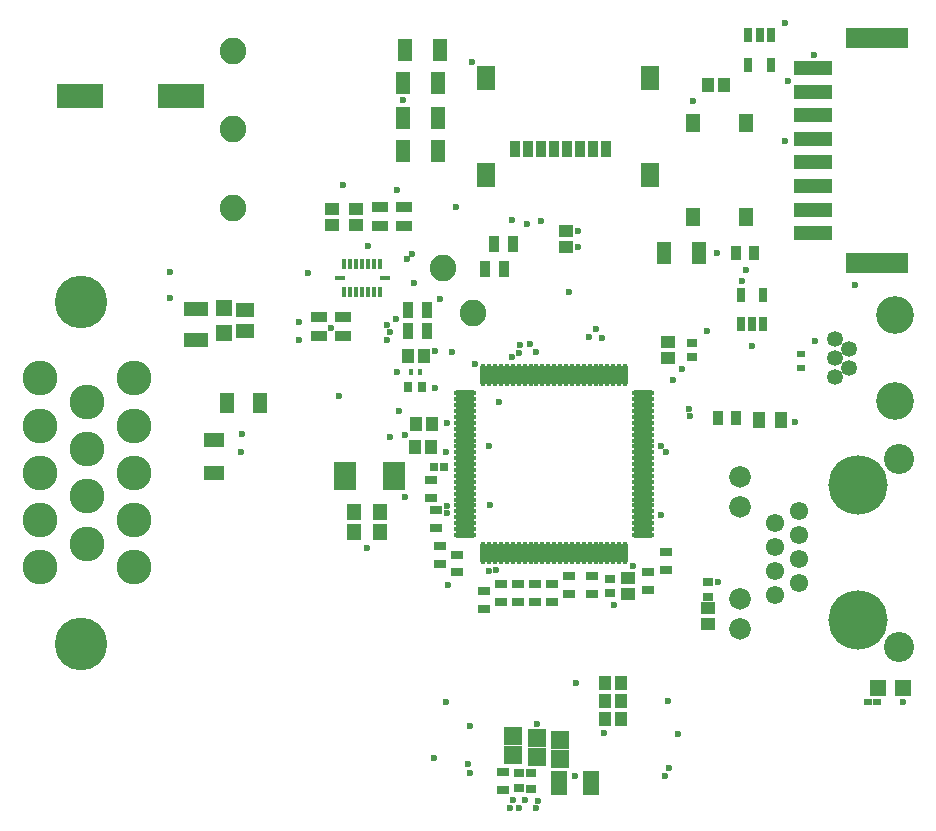
<source format=gts>
G04*
G04 #@! TF.GenerationSoftware,Altium Limited,Altium Designer,23.5.1 (21)*
G04*
G04 Layer_Color=8388736*
%FSLAX25Y25*%
%MOIN*%
G70*
G04*
G04 #@! TF.SameCoordinates,80D67788-F2EE-4A8B-BDA7-D5AA6EA99E9C*
G04*
G04*
G04 #@! TF.FilePolarity,Negative*
G04*
G01*
G75*
%ADD19R,0.03937X0.02953*%
%ADD20R,0.02985X0.03197*%
%ADD24R,0.01575X0.01968*%
%ADD31R,0.08000X0.04500*%
%ADD33R,0.06922X0.04551*%
%ADD34R,0.04551X0.06922*%
%ADD35R,0.07480X0.09449*%
%ADD38R,0.05591X0.08386*%
%ADD43R,0.03543X0.02953*%
%ADD44R,0.03963X0.05544*%
%ADD48R,0.20866X0.06693*%
%ADD49R,0.12598X0.04724*%
%ADD50R,0.05118X0.06102*%
%ADD55O,0.07677X0.01772*%
%ADD56O,0.01772X0.07677*%
%ADD57R,0.04134X0.04528*%
%ADD58R,0.04528X0.04134*%
%ADD59R,0.03740X0.05512*%
%ADD60R,0.05512X0.03740*%
%ADD61R,0.01575X0.03248*%
%ADD62R,0.03248X0.01575*%
%ADD63R,0.05906X0.04528*%
%ADD64R,0.05315X0.05315*%
%ADD65R,0.04921X0.05512*%
%ADD66R,0.03150X0.02953*%
%ADD67R,0.06299X0.05906*%
%ADD68R,0.02756X0.02362*%
%ADD69R,0.05315X0.05315*%
%ADD70R,0.04724X0.04134*%
%ADD71R,0.03150X0.02165*%
%ADD72R,0.02953X0.05118*%
%ADD73R,0.05118X0.07677*%
%ADD74R,0.03740X0.04528*%
%ADD75R,0.03740X0.05315*%
%ADD76R,0.06496X0.08465*%
%ADD77R,0.15551X0.08268*%
%ADD78R,0.03740X0.02953*%
%ADD79C,0.11614*%
%ADD80C,0.17520*%
%ADD81C,0.08858*%
%ADD82C,0.06102*%
%ADD83C,0.07205*%
%ADD84C,0.10039*%
%ADD85C,0.19784*%
%ADD86C,0.12547*%
%ADD87C,0.05315*%
%ADD88C,0.02362*%
D19*
X282400Y309953D02*
D03*
Y304047D02*
D03*
X241900Y338847D02*
D03*
Y344753D02*
D03*
X243500Y328747D02*
D03*
Y334653D02*
D03*
X244800Y322653D02*
D03*
Y316747D02*
D03*
X250600Y319853D02*
D03*
Y313947D02*
D03*
X265900Y241347D02*
D03*
Y247253D02*
D03*
X259700Y301847D02*
D03*
Y307753D02*
D03*
X265200Y310053D02*
D03*
Y304147D02*
D03*
X270800Y304047D02*
D03*
Y309953D02*
D03*
X276600D02*
D03*
Y304047D02*
D03*
X288000Y312653D02*
D03*
Y306747D02*
D03*
X295500Y312553D02*
D03*
Y306647D02*
D03*
X314200Y308147D02*
D03*
Y314053D02*
D03*
X320100Y320653D02*
D03*
Y314747D02*
D03*
D20*
X239069Y375600D02*
D03*
X234132D02*
D03*
D24*
X235225Y380700D02*
D03*
X238375D02*
D03*
D31*
X163539Y391250D02*
D03*
Y401750D02*
D03*
D33*
X169500Y346885D02*
D03*
Y358115D02*
D03*
D34*
X185000Y370500D02*
D03*
X173771D02*
D03*
D35*
X229471Y346000D02*
D03*
X213329D02*
D03*
D38*
X284685Y243800D02*
D03*
X295315D02*
D03*
D43*
X301700Y307038D02*
D03*
Y311762D02*
D03*
X329000Y390362D02*
D03*
Y385638D02*
D03*
D44*
X351156Y364800D02*
D03*
X358644D02*
D03*
D48*
X390677Y416902D02*
D03*
Y492098D02*
D03*
D49*
X369102Y426941D02*
D03*
Y434815D02*
D03*
Y442689D02*
D03*
Y450563D02*
D03*
Y458437D02*
D03*
Y466311D02*
D03*
Y474185D02*
D03*
Y482059D02*
D03*
D50*
X346858Y463650D02*
D03*
Y432350D02*
D03*
X329142Y463650D02*
D03*
Y432350D02*
D03*
D55*
X253276Y373622D02*
D03*
Y371654D02*
D03*
Y369685D02*
D03*
Y367717D02*
D03*
Y365748D02*
D03*
Y363779D02*
D03*
Y361811D02*
D03*
Y359842D02*
D03*
Y357874D02*
D03*
Y355906D02*
D03*
Y353937D02*
D03*
Y351969D02*
D03*
Y350000D02*
D03*
Y348031D02*
D03*
Y346063D02*
D03*
Y344094D02*
D03*
Y342126D02*
D03*
Y340158D02*
D03*
Y338189D02*
D03*
Y336221D02*
D03*
Y334252D02*
D03*
Y332283D02*
D03*
Y330315D02*
D03*
Y328346D02*
D03*
Y326378D02*
D03*
X312724D02*
D03*
Y328346D02*
D03*
Y330315D02*
D03*
Y332283D02*
D03*
Y334252D02*
D03*
Y336221D02*
D03*
Y338189D02*
D03*
Y340158D02*
D03*
Y342126D02*
D03*
Y344094D02*
D03*
Y346063D02*
D03*
Y348031D02*
D03*
Y350000D02*
D03*
Y351969D02*
D03*
Y353937D02*
D03*
Y355906D02*
D03*
Y357874D02*
D03*
Y359842D02*
D03*
Y361811D02*
D03*
Y363779D02*
D03*
Y365748D02*
D03*
Y367717D02*
D03*
Y369685D02*
D03*
Y371654D02*
D03*
Y373622D02*
D03*
D56*
X259378Y320276D02*
D03*
X261347D02*
D03*
X263315D02*
D03*
X265283D02*
D03*
X267252D02*
D03*
X269220D02*
D03*
X271189D02*
D03*
X273158D02*
D03*
X275126D02*
D03*
X277095D02*
D03*
X279063D02*
D03*
X281031D02*
D03*
X283000D02*
D03*
X284968D02*
D03*
X286937D02*
D03*
X288906D02*
D03*
X290874D02*
D03*
X292843D02*
D03*
X294811D02*
D03*
X296779D02*
D03*
X298748D02*
D03*
X300716D02*
D03*
X302685D02*
D03*
X304654D02*
D03*
X306622D02*
D03*
Y379724D02*
D03*
X304654D02*
D03*
X302685D02*
D03*
X300716D02*
D03*
X298748D02*
D03*
X296779D02*
D03*
X294811D02*
D03*
X292843D02*
D03*
X290874D02*
D03*
X288906D02*
D03*
X286937D02*
D03*
X284968D02*
D03*
X283000D02*
D03*
X281031D02*
D03*
X279063D02*
D03*
X277095D02*
D03*
X275126D02*
D03*
X273158D02*
D03*
X271189D02*
D03*
X269220D02*
D03*
X267252D02*
D03*
X265283D02*
D03*
X263315D02*
D03*
X261347D02*
D03*
X259378D02*
D03*
D57*
X241858Y355600D02*
D03*
X236543D02*
D03*
X242357Y363500D02*
D03*
X237042D02*
D03*
X234142Y386100D02*
D03*
X239458D02*
D03*
X339657Y476500D02*
D03*
X334343D02*
D03*
X305258Y276900D02*
D03*
X299942D02*
D03*
Y270900D02*
D03*
X305258D02*
D03*
X299985Y264900D02*
D03*
X305300D02*
D03*
D58*
X287000Y427572D02*
D03*
Y422258D02*
D03*
X217000Y429685D02*
D03*
Y435000D02*
D03*
X209000Y429843D02*
D03*
Y435157D02*
D03*
X307700Y312057D02*
D03*
Y306743D02*
D03*
X321000Y385343D02*
D03*
Y390657D02*
D03*
D59*
X234350Y401500D02*
D03*
X240650D02*
D03*
X259850Y415000D02*
D03*
X266150D02*
D03*
X269150Y423500D02*
D03*
X262850D02*
D03*
X240450Y394400D02*
D03*
X234150D02*
D03*
D60*
X233000Y435650D02*
D03*
Y429350D02*
D03*
X225000D02*
D03*
Y435650D02*
D03*
X212500Y399150D02*
D03*
Y392850D02*
D03*
X204500Y399150D02*
D03*
Y392850D02*
D03*
D61*
X213094Y416587D02*
D03*
X215063D02*
D03*
X217032D02*
D03*
X219000D02*
D03*
X220969D02*
D03*
X222937D02*
D03*
X224905D02*
D03*
Y407413D02*
D03*
X222937D02*
D03*
X220969D02*
D03*
X219000D02*
D03*
X217032D02*
D03*
X215063D02*
D03*
X213094D02*
D03*
D62*
X226539Y412000D02*
D03*
X211461D02*
D03*
D63*
X180039Y394413D02*
D03*
Y401500D02*
D03*
D64*
X173039Y393823D02*
D03*
Y402091D02*
D03*
D65*
X216400Y334146D02*
D03*
Y327453D02*
D03*
X224900Y334146D02*
D03*
Y327453D02*
D03*
D66*
X243027Y349200D02*
D03*
X246373D02*
D03*
D67*
X269300Y252950D02*
D03*
Y259250D02*
D03*
X277300Y252350D02*
D03*
Y258650D02*
D03*
X284900Y251850D02*
D03*
Y258150D02*
D03*
D68*
X387624Y270800D02*
D03*
X390576D02*
D03*
D69*
X390896Y275400D02*
D03*
X399164D02*
D03*
D70*
X334300Y296642D02*
D03*
Y301958D02*
D03*
D71*
X365300Y381939D02*
D03*
Y386861D02*
D03*
D72*
X345260Y406421D02*
D03*
X352740D02*
D03*
Y396579D02*
D03*
X349000D02*
D03*
X345260D02*
D03*
X355240Y483079D02*
D03*
X347760D02*
D03*
Y492921D02*
D03*
X351500D02*
D03*
X355240D02*
D03*
D73*
X319693Y420500D02*
D03*
X331307D02*
D03*
X232693Y454500D02*
D03*
X244307D02*
D03*
X232693Y465500D02*
D03*
X244307D02*
D03*
Y477000D02*
D03*
X232693D02*
D03*
X244807Y488000D02*
D03*
X233193D02*
D03*
D74*
X343547Y420500D02*
D03*
X349453D02*
D03*
X337747Y365400D02*
D03*
X343653D02*
D03*
D75*
X300161Y455000D02*
D03*
X295831D02*
D03*
X291500D02*
D03*
X287169D02*
D03*
X282839D02*
D03*
X278508D02*
D03*
X274177D02*
D03*
X269847D02*
D03*
D76*
X260122Y446339D02*
D03*
X314807D02*
D03*
Y478622D02*
D03*
X260122D02*
D03*
D77*
X124902Y472835D02*
D03*
X158563D02*
D03*
D78*
X334100Y305641D02*
D03*
Y310759D02*
D03*
X275200Y246959D02*
D03*
Y241841D02*
D03*
X271200Y247159D02*
D03*
Y242041D02*
D03*
D79*
X142996Y378592D02*
D03*
Y362844D02*
D03*
Y347096D02*
D03*
Y331348D02*
D03*
Y315600D02*
D03*
X127248Y370718D02*
D03*
Y354970D02*
D03*
Y339222D02*
D03*
Y323474D02*
D03*
X111500Y378592D02*
D03*
Y362844D02*
D03*
Y347096D02*
D03*
Y331348D02*
D03*
Y315600D02*
D03*
D80*
X125279Y404183D02*
D03*
Y290009D02*
D03*
D81*
X256000Y400500D02*
D03*
X246000Y415500D02*
D03*
X175800Y461700D02*
D03*
Y435500D02*
D03*
X175900Y487600D02*
D03*
D82*
X356508Y322384D02*
D03*
X364500Y318369D02*
D03*
Y310337D02*
D03*
X356508Y306321D02*
D03*
Y314353D02*
D03*
X364500Y326400D02*
D03*
X356508Y330416D02*
D03*
X364500Y334432D02*
D03*
D83*
X344815Y345853D02*
D03*
Y304900D02*
D03*
Y294900D02*
D03*
Y335853D02*
D03*
D84*
X397807Y351636D02*
D03*
Y289117D02*
D03*
D85*
X384185Y297876D02*
D03*
Y342876D02*
D03*
D86*
X396458Y370880D02*
D03*
Y399621D02*
D03*
D87*
X376576Y391550D02*
D03*
X381300Y388400D02*
D03*
X376576Y385250D02*
D03*
X381300Y382101D02*
D03*
X376576Y378951D02*
D03*
D88*
X359900Y496900D02*
D03*
X369600Y486300D02*
D03*
X321400Y248800D02*
D03*
X243000Y252200D02*
D03*
X246900Y354100D02*
D03*
X324100Y260000D02*
D03*
X261200Y355900D02*
D03*
X256623Y383233D02*
D03*
X318514Y355900D02*
D03*
X263560Y314815D02*
D03*
X261300Y314400D02*
D03*
X154800Y414100D02*
D03*
X233800Y418400D02*
D03*
X201000Y413800D02*
D03*
X228400Y358900D02*
D03*
X233300Y359545D02*
D03*
X233400Y338900D02*
D03*
X247300Y363700D02*
D03*
X268200Y235486D02*
D03*
X276800D02*
D03*
X271400D02*
D03*
X369800Y391200D02*
D03*
X255628Y484100D02*
D03*
X232693Y471250D02*
D03*
X235600Y420200D02*
D03*
X321000Y271000D02*
D03*
X320050Y246127D02*
D03*
X289900Y246100D02*
D03*
X254136Y249910D02*
D03*
X254800Y247200D02*
D03*
X299700Y260500D02*
D03*
X246951Y270627D02*
D03*
X208500Y395500D02*
D03*
X179090Y359914D02*
D03*
X328400Y366100D02*
D03*
X327770Y368430D02*
D03*
X337600Y310800D02*
D03*
X261561Y336500D02*
D03*
X247454Y309700D02*
D03*
X264550Y370650D02*
D03*
X269300Y238000D02*
D03*
X273361Y238039D02*
D03*
X277500Y237800D02*
D03*
X254973Y262679D02*
D03*
X303000Y302900D02*
D03*
X290400Y277100D02*
D03*
X247414Y333800D02*
D03*
X247400Y336100D02*
D03*
X309300Y315900D02*
D03*
X290800Y422400D02*
D03*
X290900Y427700D02*
D03*
X243123Y375533D02*
D03*
X230723Y380833D02*
D03*
X277200Y263500D02*
D03*
X363400Y364200D02*
D03*
X320200Y354000D02*
D03*
X322600Y378200D02*
D03*
X318700Y333100D02*
D03*
X227100Y396500D02*
D03*
X228200Y393900D02*
D03*
X220700Y321900D02*
D03*
X231324Y367776D02*
D03*
X271400Y387100D02*
D03*
X245000Y405200D02*
D03*
X348800Y389500D02*
D03*
X346800Y414800D02*
D03*
X345500Y410900D02*
D03*
X325700Y381800D02*
D03*
X360000Y457800D02*
D03*
X383300Y409800D02*
D03*
X211400Y372700D02*
D03*
X178700Y354000D02*
D03*
X243200Y387700D02*
D03*
X227100Y391400D02*
D03*
X230300Y398500D02*
D03*
X248800Y387300D02*
D03*
X269000Y385700D02*
D03*
X271700Y389800D02*
D03*
X236100Y410500D02*
D03*
X278508Y431108D02*
D03*
X250417Y435650D02*
D03*
X221000Y422814D02*
D03*
X337427Y420500D02*
D03*
X360862Y477638D02*
D03*
X334000Y394500D02*
D03*
X329142Y470984D02*
D03*
X399100Y270700D02*
D03*
X198000Y391500D02*
D03*
X212500Y443000D02*
D03*
X230500Y441500D02*
D03*
X198000Y397500D02*
D03*
X155000Y405500D02*
D03*
X277000Y387500D02*
D03*
X275000Y390000D02*
D03*
X294528Y392500D02*
D03*
X297000Y395000D02*
D03*
X299000Y392000D02*
D03*
X288000Y407500D02*
D03*
X274000Y430000D02*
D03*
X269000Y431500D02*
D03*
M02*

</source>
